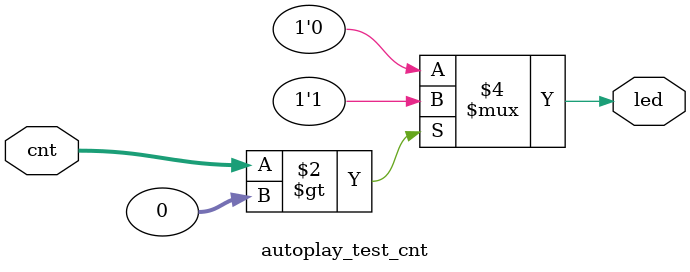
<source format=v>
`timescale 1ns / 1ps


module autoplay_test_cnt(
    input [5:0]cnt,
    output reg led
    );
    
    always @(*) begin
        if(cnt > 0)
            led = 1'b1;
        else led = 1'b0;
    end
    
    
endmodule

</source>
